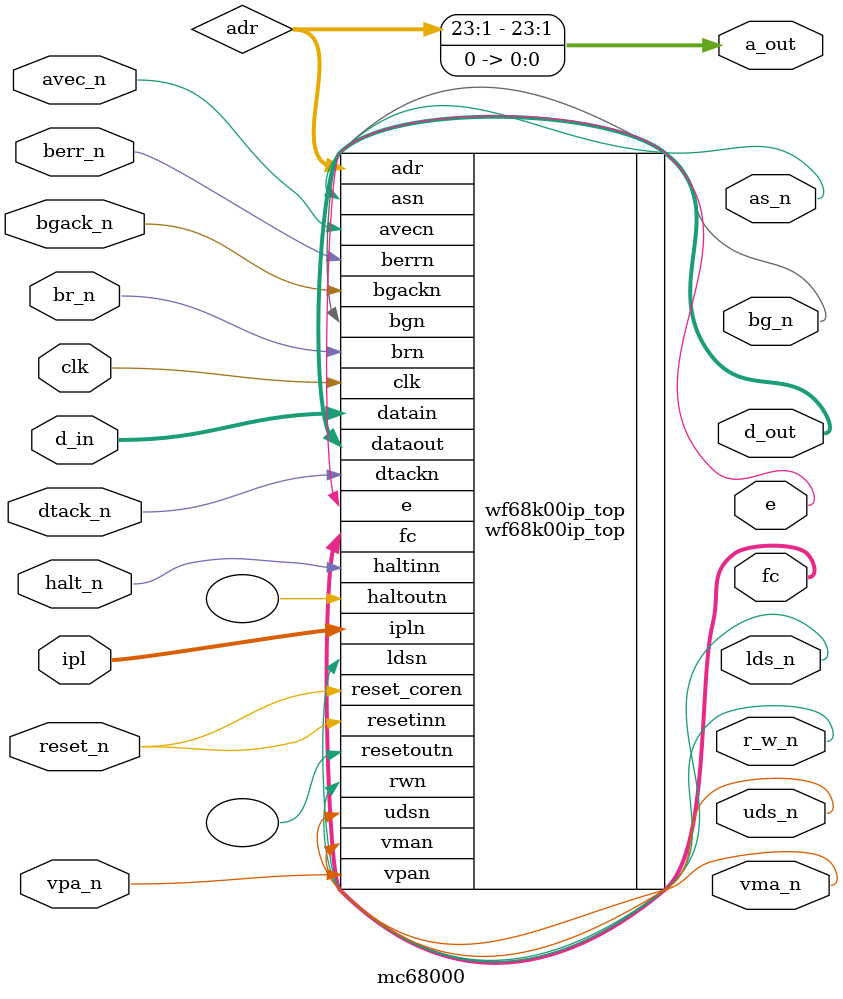
<source format=v>

`define WF68K

`ifdef WF68K
`include "../m68k/wf68k00ip_address_registers.v"
`include "../m68k/wf68k00ip_alu.v"
`include "../m68k/wf68k00ip_bus_interface.v"
`include "../m68k/wf68k00ip_control.v"
`include "../m68k/wf68k00ip_data_registers.v"
`include "../m68k/wf68k00ip_interrupt_controller.v"
`include "../m68k/wf68k00ip_opcode_decoder.v"
`include "../m68k/wf68k00ip_shifter.v"
`include "../m68k/wf68k00ip_top_soc.v"
`include "../m68k/wf68k00ip_top.v"
`endif

module mc68000(
	       input 	     clk,
	       input 	     reset_n,
	       output [23:0] a_out,
	       input [15:0]  d_in,
	       output [15:0] d_out,
	       input [2:0]   ipl,
	       input 	     bgack_n,
	       output 	     bg_n,
	       input 	     br_n,
	       input 	     dtack_n,
	       output 	     lds_n,
	       output 	     uds_n,
	       output 	     r_w_n,
	       output 	     as_n,
	       input 	     halt_n,
	       input 	     berr_n,
	       input 	     vpa_n,
	       output 	     vma_n,
	       input 	     avec_n,
	       output 	     e,
	       output [2:0]  fc
	       );

`ifdef WF68K
   wire [23:1] adr;
   assign a_out = { adr, 1'b0 };
   
   wf68k00ip_top wf68k00ip_top(
			       .clk(clk),
			       .reset_coren(reset_n),
			       .adr(adr),
			       .datain(d_in),
			       .dataout(d_out),
			       .berrn(berr_n),
			       .resetinn(reset_n),
			       .resetoutn(),
			       .haltinn(halt_n),
			       .haltoutn(),
			       .fc(fc),
			       .avecn(avec_n),
			       .ipln(ipl),
			       .dtackn(dtack_n),
			       .asn(as_n),
			       .rwn(r_w_n),
			       .udsn(uds_n),
			       .ldsn(lds_n),
			       .e(e),
			       .vman(vma_n),
			       .vpan(vpa_n),
			       .brn(br_n),
			       .bgn(bg_n),
			       .bgackn(bgack_n)
			       );
`else
   assign a_out = 0;
   assign d_out = 0;
   assign lds_n = 1;
   assign uds_n = 1;
   assign r_w_n = 1;
   assign e = 0;
   assign fc = 0;
`endif

endmodule // mc68000

</source>
